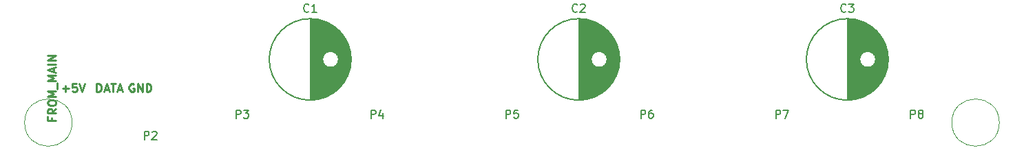
<source format=gbr>
G04 #@! TF.FileFunction,Legend,Top*
%FSLAX46Y46*%
G04 Gerber Fmt 4.6, Leading zero omitted, Abs format (unit mm)*
G04 Created by KiCad (PCBNEW 4.0.5+dfsg1-4) date Tue Apr 10 17:25:00 2018*
%MOMM*%
%LPD*%
G01*
G04 APERTURE LIST*
%ADD10C,0.200000*%
%ADD11C,0.150000*%
%ADD12C,0.050800*%
%ADD13C,0.254000*%
G04 APERTURE END LIST*
D10*
D11*
X82098000Y-40191000D02*
X82098000Y-50189000D01*
X82238000Y-40195000D02*
X82238000Y-50185000D01*
X82378000Y-40203000D02*
X82378000Y-50177000D01*
X82518000Y-40215000D02*
X82518000Y-50165000D01*
X82658000Y-40230000D02*
X82658000Y-50150000D01*
X82798000Y-40250000D02*
X82798000Y-50130000D01*
X82938000Y-40274000D02*
X82938000Y-50106000D01*
X83078000Y-40303000D02*
X83078000Y-50077000D01*
X83218000Y-40335000D02*
X83218000Y-50045000D01*
X83358000Y-40372000D02*
X83358000Y-50008000D01*
X83498000Y-40413000D02*
X83498000Y-49967000D01*
X83638000Y-40458000D02*
X83638000Y-44724000D01*
X83638000Y-45656000D02*
X83638000Y-49922000D01*
X83778000Y-40508000D02*
X83778000Y-44523000D01*
X83778000Y-45857000D02*
X83778000Y-49872000D01*
X83918000Y-40563000D02*
X83918000Y-44394000D01*
X83918000Y-45986000D02*
X83918000Y-49817000D01*
X84058000Y-40623000D02*
X84058000Y-44305000D01*
X84058000Y-46075000D02*
X84058000Y-49757000D01*
X84198000Y-40688000D02*
X84198000Y-44244000D01*
X84198000Y-46136000D02*
X84198000Y-49692000D01*
X84338000Y-40758000D02*
X84338000Y-44207000D01*
X84338000Y-46173000D02*
X84338000Y-49622000D01*
X84478000Y-40834000D02*
X84478000Y-44191000D01*
X84478000Y-46189000D02*
X84478000Y-49546000D01*
X84618000Y-40916000D02*
X84618000Y-44195000D01*
X84618000Y-46185000D02*
X84618000Y-49464000D01*
X84758000Y-41004000D02*
X84758000Y-44218000D01*
X84758000Y-46162000D02*
X84758000Y-49376000D01*
X84898000Y-41099000D02*
X84898000Y-44263000D01*
X84898000Y-46117000D02*
X84898000Y-49281000D01*
X85038000Y-41201000D02*
X85038000Y-44333000D01*
X85038000Y-46047000D02*
X85038000Y-49179000D01*
X85178000Y-41311000D02*
X85178000Y-44434000D01*
X85178000Y-45946000D02*
X85178000Y-49069000D01*
X85318000Y-41429000D02*
X85318000Y-44583000D01*
X85318000Y-45797000D02*
X85318000Y-48951000D01*
X85458000Y-41557000D02*
X85458000Y-44835000D01*
X85458000Y-45545000D02*
X85458000Y-48823000D01*
X85598000Y-41694000D02*
X85598000Y-48686000D01*
X85738000Y-41844000D02*
X85738000Y-48536000D01*
X85878000Y-42006000D02*
X85878000Y-48374000D01*
X86018000Y-42183000D02*
X86018000Y-48197000D01*
X86158000Y-42379000D02*
X86158000Y-48001000D01*
X86298000Y-42597000D02*
X86298000Y-47783000D01*
X86438000Y-42843000D02*
X86438000Y-47537000D01*
X86578000Y-43128000D02*
X86578000Y-47252000D01*
X86718000Y-43470000D02*
X86718000Y-46910000D01*
X86858000Y-43916000D02*
X86858000Y-46464000D01*
X86998000Y-44691000D02*
X86998000Y-45689000D01*
X85523000Y-45190000D02*
G75*
G03X85523000Y-45190000I-1000000J0D01*
G01*
X87060500Y-45190000D02*
G75*
G03X87060500Y-45190000I-5037500J0D01*
G01*
X115118000Y-40191000D02*
X115118000Y-50189000D01*
X115258000Y-40195000D02*
X115258000Y-50185000D01*
X115398000Y-40203000D02*
X115398000Y-50177000D01*
X115538000Y-40215000D02*
X115538000Y-50165000D01*
X115678000Y-40230000D02*
X115678000Y-50150000D01*
X115818000Y-40250000D02*
X115818000Y-50130000D01*
X115958000Y-40274000D02*
X115958000Y-50106000D01*
X116098000Y-40303000D02*
X116098000Y-50077000D01*
X116238000Y-40335000D02*
X116238000Y-50045000D01*
X116378000Y-40372000D02*
X116378000Y-50008000D01*
X116518000Y-40413000D02*
X116518000Y-49967000D01*
X116658000Y-40458000D02*
X116658000Y-44724000D01*
X116658000Y-45656000D02*
X116658000Y-49922000D01*
X116798000Y-40508000D02*
X116798000Y-44523000D01*
X116798000Y-45857000D02*
X116798000Y-49872000D01*
X116938000Y-40563000D02*
X116938000Y-44394000D01*
X116938000Y-45986000D02*
X116938000Y-49817000D01*
X117078000Y-40623000D02*
X117078000Y-44305000D01*
X117078000Y-46075000D02*
X117078000Y-49757000D01*
X117218000Y-40688000D02*
X117218000Y-44244000D01*
X117218000Y-46136000D02*
X117218000Y-49692000D01*
X117358000Y-40758000D02*
X117358000Y-44207000D01*
X117358000Y-46173000D02*
X117358000Y-49622000D01*
X117498000Y-40834000D02*
X117498000Y-44191000D01*
X117498000Y-46189000D02*
X117498000Y-49546000D01*
X117638000Y-40916000D02*
X117638000Y-44195000D01*
X117638000Y-46185000D02*
X117638000Y-49464000D01*
X117778000Y-41004000D02*
X117778000Y-44218000D01*
X117778000Y-46162000D02*
X117778000Y-49376000D01*
X117918000Y-41099000D02*
X117918000Y-44263000D01*
X117918000Y-46117000D02*
X117918000Y-49281000D01*
X118058000Y-41201000D02*
X118058000Y-44333000D01*
X118058000Y-46047000D02*
X118058000Y-49179000D01*
X118198000Y-41311000D02*
X118198000Y-44434000D01*
X118198000Y-45946000D02*
X118198000Y-49069000D01*
X118338000Y-41429000D02*
X118338000Y-44583000D01*
X118338000Y-45797000D02*
X118338000Y-48951000D01*
X118478000Y-41557000D02*
X118478000Y-44835000D01*
X118478000Y-45545000D02*
X118478000Y-48823000D01*
X118618000Y-41694000D02*
X118618000Y-48686000D01*
X118758000Y-41844000D02*
X118758000Y-48536000D01*
X118898000Y-42006000D02*
X118898000Y-48374000D01*
X119038000Y-42183000D02*
X119038000Y-48197000D01*
X119178000Y-42379000D02*
X119178000Y-48001000D01*
X119318000Y-42597000D02*
X119318000Y-47783000D01*
X119458000Y-42843000D02*
X119458000Y-47537000D01*
X119598000Y-43128000D02*
X119598000Y-47252000D01*
X119738000Y-43470000D02*
X119738000Y-46910000D01*
X119878000Y-43916000D02*
X119878000Y-46464000D01*
X120018000Y-44691000D02*
X120018000Y-45689000D01*
X118543000Y-45190000D02*
G75*
G03X118543000Y-45190000I-1000000J0D01*
G01*
X120080500Y-45190000D02*
G75*
G03X120080500Y-45190000I-5037500J0D01*
G01*
X148138000Y-40191000D02*
X148138000Y-50189000D01*
X148278000Y-40195000D02*
X148278000Y-50185000D01*
X148418000Y-40203000D02*
X148418000Y-50177000D01*
X148558000Y-40215000D02*
X148558000Y-50165000D01*
X148698000Y-40230000D02*
X148698000Y-50150000D01*
X148838000Y-40250000D02*
X148838000Y-50130000D01*
X148978000Y-40274000D02*
X148978000Y-50106000D01*
X149118000Y-40303000D02*
X149118000Y-50077000D01*
X149258000Y-40335000D02*
X149258000Y-50045000D01*
X149398000Y-40372000D02*
X149398000Y-50008000D01*
X149538000Y-40413000D02*
X149538000Y-49967000D01*
X149678000Y-40458000D02*
X149678000Y-44724000D01*
X149678000Y-45656000D02*
X149678000Y-49922000D01*
X149818000Y-40508000D02*
X149818000Y-44523000D01*
X149818000Y-45857000D02*
X149818000Y-49872000D01*
X149958000Y-40563000D02*
X149958000Y-44394000D01*
X149958000Y-45986000D02*
X149958000Y-49817000D01*
X150098000Y-40623000D02*
X150098000Y-44305000D01*
X150098000Y-46075000D02*
X150098000Y-49757000D01*
X150238000Y-40688000D02*
X150238000Y-44244000D01*
X150238000Y-46136000D02*
X150238000Y-49692000D01*
X150378000Y-40758000D02*
X150378000Y-44207000D01*
X150378000Y-46173000D02*
X150378000Y-49622000D01*
X150518000Y-40834000D02*
X150518000Y-44191000D01*
X150518000Y-46189000D02*
X150518000Y-49546000D01*
X150658000Y-40916000D02*
X150658000Y-44195000D01*
X150658000Y-46185000D02*
X150658000Y-49464000D01*
X150798000Y-41004000D02*
X150798000Y-44218000D01*
X150798000Y-46162000D02*
X150798000Y-49376000D01*
X150938000Y-41099000D02*
X150938000Y-44263000D01*
X150938000Y-46117000D02*
X150938000Y-49281000D01*
X151078000Y-41201000D02*
X151078000Y-44333000D01*
X151078000Y-46047000D02*
X151078000Y-49179000D01*
X151218000Y-41311000D02*
X151218000Y-44434000D01*
X151218000Y-45946000D02*
X151218000Y-49069000D01*
X151358000Y-41429000D02*
X151358000Y-44583000D01*
X151358000Y-45797000D02*
X151358000Y-48951000D01*
X151498000Y-41557000D02*
X151498000Y-44835000D01*
X151498000Y-45545000D02*
X151498000Y-48823000D01*
X151638000Y-41694000D02*
X151638000Y-48686000D01*
X151778000Y-41844000D02*
X151778000Y-48536000D01*
X151918000Y-42006000D02*
X151918000Y-48374000D01*
X152058000Y-42183000D02*
X152058000Y-48197000D01*
X152198000Y-42379000D02*
X152198000Y-48001000D01*
X152338000Y-42597000D02*
X152338000Y-47783000D01*
X152478000Y-42843000D02*
X152478000Y-47537000D01*
X152618000Y-43128000D02*
X152618000Y-47252000D01*
X152758000Y-43470000D02*
X152758000Y-46910000D01*
X152898000Y-43916000D02*
X152898000Y-46464000D01*
X153038000Y-44691000D02*
X153038000Y-45689000D01*
X151563000Y-45190000D02*
G75*
G03X151563000Y-45190000I-1000000J0D01*
G01*
X153100500Y-45190000D02*
G75*
G03X153100500Y-45190000I-5037500J0D01*
G01*
D12*
X52749000Y-53000000D02*
G75*
G03X52749000Y-53000000I-2921000J0D01*
G01*
X166749000Y-53000000D02*
G75*
G03X166749000Y-53000000I-2921000J0D01*
G01*
D13*
X50240429Y-52382762D02*
X50240429Y-52721428D01*
X50772619Y-52721428D02*
X49756619Y-52721428D01*
X49756619Y-52237619D01*
X50772619Y-51270000D02*
X50288810Y-51608666D01*
X50772619Y-51850571D02*
X49756619Y-51850571D01*
X49756619Y-51463524D01*
X49805000Y-51366762D01*
X49853381Y-51318381D01*
X49950143Y-51270000D01*
X50095286Y-51270000D01*
X50192048Y-51318381D01*
X50240429Y-51366762D01*
X50288810Y-51463524D01*
X50288810Y-51850571D01*
X49756619Y-50641047D02*
X49756619Y-50447524D01*
X49805000Y-50350762D01*
X49901762Y-50254000D01*
X50095286Y-50205619D01*
X50433952Y-50205619D01*
X50627476Y-50254000D01*
X50724238Y-50350762D01*
X50772619Y-50447524D01*
X50772619Y-50641047D01*
X50724238Y-50737809D01*
X50627476Y-50834571D01*
X50433952Y-50882952D01*
X50095286Y-50882952D01*
X49901762Y-50834571D01*
X49805000Y-50737809D01*
X49756619Y-50641047D01*
X50772619Y-49770190D02*
X49756619Y-49770190D01*
X50482333Y-49431524D01*
X49756619Y-49092857D01*
X50772619Y-49092857D01*
X50869381Y-48850952D02*
X50869381Y-48076857D01*
X50772619Y-47834952D02*
X49756619Y-47834952D01*
X50482333Y-47496286D01*
X49756619Y-47157619D01*
X50772619Y-47157619D01*
X50482333Y-46722190D02*
X50482333Y-46238381D01*
X50772619Y-46818952D02*
X49756619Y-46480285D01*
X50772619Y-46141619D01*
X50772619Y-45802952D02*
X49756619Y-45802952D01*
X50772619Y-45319142D02*
X49756619Y-45319142D01*
X50772619Y-44738571D01*
X49756619Y-44738571D01*
X55774001Y-49189619D02*
X55774001Y-48173619D01*
X56015906Y-48173619D01*
X56161048Y-48222000D01*
X56257810Y-48318762D01*
X56306191Y-48415524D01*
X56354572Y-48609048D01*
X56354572Y-48754190D01*
X56306191Y-48947714D01*
X56257810Y-49044476D01*
X56161048Y-49141238D01*
X56015906Y-49189619D01*
X55774001Y-49189619D01*
X56741620Y-48899333D02*
X57225429Y-48899333D01*
X56644858Y-49189619D02*
X56983525Y-48173619D01*
X57322191Y-49189619D01*
X57515715Y-48173619D02*
X58096286Y-48173619D01*
X57806001Y-49189619D02*
X57806001Y-48173619D01*
X58386572Y-48899333D02*
X58870381Y-48899333D01*
X58289810Y-49189619D02*
X58628477Y-48173619D01*
X58967143Y-49189619D01*
X60333905Y-48222000D02*
X60237143Y-48173619D01*
X60092000Y-48173619D01*
X59946858Y-48222000D01*
X59850096Y-48318762D01*
X59801715Y-48415524D01*
X59753334Y-48609048D01*
X59753334Y-48754190D01*
X59801715Y-48947714D01*
X59850096Y-49044476D01*
X59946858Y-49141238D01*
X60092000Y-49189619D01*
X60188762Y-49189619D01*
X60333905Y-49141238D01*
X60382286Y-49092857D01*
X60382286Y-48754190D01*
X60188762Y-48754190D01*
X60817715Y-49189619D02*
X60817715Y-48173619D01*
X61398286Y-49189619D01*
X61398286Y-48173619D01*
X61882096Y-49189619D02*
X61882096Y-48173619D01*
X62124001Y-48173619D01*
X62269143Y-48222000D01*
X62365905Y-48318762D01*
X62414286Y-48415524D01*
X62462667Y-48609048D01*
X62462667Y-48754190D01*
X62414286Y-48947714D01*
X62365905Y-49044476D01*
X62269143Y-49141238D01*
X62124001Y-49189619D01*
X61882096Y-49189619D01*
X51546715Y-48802571D02*
X52320810Y-48802571D01*
X51933762Y-49189619D02*
X51933762Y-48415524D01*
X53288429Y-48173619D02*
X52804620Y-48173619D01*
X52756239Y-48657429D01*
X52804620Y-48609048D01*
X52901382Y-48560667D01*
X53143286Y-48560667D01*
X53240048Y-48609048D01*
X53288429Y-48657429D01*
X53336810Y-48754190D01*
X53336810Y-48996095D01*
X53288429Y-49092857D01*
X53240048Y-49141238D01*
X53143286Y-49189619D01*
X52901382Y-49189619D01*
X52804620Y-49141238D01*
X52756239Y-49092857D01*
X53627096Y-48173619D02*
X53965763Y-49189619D01*
X54304429Y-48173619D01*
D11*
X81856334Y-39247143D02*
X81808715Y-39294762D01*
X81665858Y-39342381D01*
X81570620Y-39342381D01*
X81427762Y-39294762D01*
X81332524Y-39199524D01*
X81284905Y-39104286D01*
X81237286Y-38913810D01*
X81237286Y-38770952D01*
X81284905Y-38580476D01*
X81332524Y-38485238D01*
X81427762Y-38390000D01*
X81570620Y-38342381D01*
X81665858Y-38342381D01*
X81808715Y-38390000D01*
X81856334Y-38437619D01*
X82808715Y-39342381D02*
X82237286Y-39342381D01*
X82523000Y-39342381D02*
X82523000Y-38342381D01*
X82427762Y-38485238D01*
X82332524Y-38580476D01*
X82237286Y-38628095D01*
X114876334Y-39247143D02*
X114828715Y-39294762D01*
X114685858Y-39342381D01*
X114590620Y-39342381D01*
X114447762Y-39294762D01*
X114352524Y-39199524D01*
X114304905Y-39104286D01*
X114257286Y-38913810D01*
X114257286Y-38770952D01*
X114304905Y-38580476D01*
X114352524Y-38485238D01*
X114447762Y-38390000D01*
X114590620Y-38342381D01*
X114685858Y-38342381D01*
X114828715Y-38390000D01*
X114876334Y-38437619D01*
X115257286Y-38437619D02*
X115304905Y-38390000D01*
X115400143Y-38342381D01*
X115638239Y-38342381D01*
X115733477Y-38390000D01*
X115781096Y-38437619D01*
X115828715Y-38532857D01*
X115828715Y-38628095D01*
X115781096Y-38770952D01*
X115209667Y-39342381D01*
X115828715Y-39342381D01*
X147896334Y-39247143D02*
X147848715Y-39294762D01*
X147705858Y-39342381D01*
X147610620Y-39342381D01*
X147467762Y-39294762D01*
X147372524Y-39199524D01*
X147324905Y-39104286D01*
X147277286Y-38913810D01*
X147277286Y-38770952D01*
X147324905Y-38580476D01*
X147372524Y-38485238D01*
X147467762Y-38390000D01*
X147610620Y-38342381D01*
X147705858Y-38342381D01*
X147848715Y-38390000D01*
X147896334Y-38437619D01*
X148229667Y-38342381D02*
X148848715Y-38342381D01*
X148515381Y-38723333D01*
X148658239Y-38723333D01*
X148753477Y-38770952D01*
X148801096Y-38818571D01*
X148848715Y-38913810D01*
X148848715Y-39151905D01*
X148801096Y-39247143D01*
X148753477Y-39294762D01*
X148658239Y-39342381D01*
X148372524Y-39342381D01*
X148277286Y-39294762D01*
X148229667Y-39247143D01*
X155847905Y-52452381D02*
X155847905Y-51452381D01*
X156228858Y-51452381D01*
X156324096Y-51500000D01*
X156371715Y-51547619D01*
X156419334Y-51642857D01*
X156419334Y-51785714D01*
X156371715Y-51880952D01*
X156324096Y-51928571D01*
X156228858Y-51976190D01*
X155847905Y-51976190D01*
X156990762Y-51880952D02*
X156895524Y-51833333D01*
X156847905Y-51785714D01*
X156800286Y-51690476D01*
X156800286Y-51642857D01*
X156847905Y-51547619D01*
X156895524Y-51500000D01*
X156990762Y-51452381D01*
X157181239Y-51452381D01*
X157276477Y-51500000D01*
X157324096Y-51547619D01*
X157371715Y-51642857D01*
X157371715Y-51690476D01*
X157324096Y-51785714D01*
X157276477Y-51833333D01*
X157181239Y-51880952D01*
X156990762Y-51880952D01*
X156895524Y-51928571D01*
X156847905Y-51976190D01*
X156800286Y-52071429D01*
X156800286Y-52261905D01*
X156847905Y-52357143D01*
X156895524Y-52404762D01*
X156990762Y-52452381D01*
X157181239Y-52452381D01*
X157276477Y-52404762D01*
X157324096Y-52357143D01*
X157371715Y-52261905D01*
X157371715Y-52071429D01*
X157324096Y-51976190D01*
X157276477Y-51928571D01*
X157181239Y-51880952D01*
X139261905Y-52452381D02*
X139261905Y-51452381D01*
X139642858Y-51452381D01*
X139738096Y-51500000D01*
X139785715Y-51547619D01*
X139833334Y-51642857D01*
X139833334Y-51785714D01*
X139785715Y-51880952D01*
X139738096Y-51928571D01*
X139642858Y-51976190D01*
X139261905Y-51976190D01*
X140166667Y-51452381D02*
X140833334Y-51452381D01*
X140404762Y-52452381D01*
X122675905Y-52452381D02*
X122675905Y-51452381D01*
X123056858Y-51452381D01*
X123152096Y-51500000D01*
X123199715Y-51547619D01*
X123247334Y-51642857D01*
X123247334Y-51785714D01*
X123199715Y-51880952D01*
X123152096Y-51928571D01*
X123056858Y-51976190D01*
X122675905Y-51976190D01*
X124104477Y-51452381D02*
X123914000Y-51452381D01*
X123818762Y-51500000D01*
X123771143Y-51547619D01*
X123675905Y-51690476D01*
X123628286Y-51880952D01*
X123628286Y-52261905D01*
X123675905Y-52357143D01*
X123723524Y-52404762D01*
X123818762Y-52452381D01*
X124009239Y-52452381D01*
X124104477Y-52404762D01*
X124152096Y-52357143D01*
X124199715Y-52261905D01*
X124199715Y-52023810D01*
X124152096Y-51928571D01*
X124104477Y-51880952D01*
X124009239Y-51833333D01*
X123818762Y-51833333D01*
X123723524Y-51880952D01*
X123675905Y-51928571D01*
X123628286Y-52023810D01*
X106089905Y-52452381D02*
X106089905Y-51452381D01*
X106470858Y-51452381D01*
X106566096Y-51500000D01*
X106613715Y-51547619D01*
X106661334Y-51642857D01*
X106661334Y-51785714D01*
X106613715Y-51880952D01*
X106566096Y-51928571D01*
X106470858Y-51976190D01*
X106089905Y-51976190D01*
X107566096Y-51452381D02*
X107089905Y-51452381D01*
X107042286Y-51928571D01*
X107089905Y-51880952D01*
X107185143Y-51833333D01*
X107423239Y-51833333D01*
X107518477Y-51880952D01*
X107566096Y-51928571D01*
X107613715Y-52023810D01*
X107613715Y-52261905D01*
X107566096Y-52357143D01*
X107518477Y-52404762D01*
X107423239Y-52452381D01*
X107185143Y-52452381D01*
X107089905Y-52404762D01*
X107042286Y-52357143D01*
X89503905Y-52452381D02*
X89503905Y-51452381D01*
X89884858Y-51452381D01*
X89980096Y-51500000D01*
X90027715Y-51547619D01*
X90075334Y-51642857D01*
X90075334Y-51785714D01*
X90027715Y-51880952D01*
X89980096Y-51928571D01*
X89884858Y-51976190D01*
X89503905Y-51976190D01*
X90932477Y-51785714D02*
X90932477Y-52452381D01*
X90694381Y-51404762D02*
X90456286Y-52119048D01*
X91075334Y-52119048D01*
X72917905Y-52452381D02*
X72917905Y-51452381D01*
X73298858Y-51452381D01*
X73394096Y-51500000D01*
X73441715Y-51547619D01*
X73489334Y-51642857D01*
X73489334Y-51785714D01*
X73441715Y-51880952D01*
X73394096Y-51928571D01*
X73298858Y-51976190D01*
X72917905Y-51976190D01*
X73822667Y-51452381D02*
X74441715Y-51452381D01*
X74108381Y-51833333D01*
X74251239Y-51833333D01*
X74346477Y-51880952D01*
X74394096Y-51928571D01*
X74441715Y-52023810D01*
X74441715Y-52261905D01*
X74394096Y-52357143D01*
X74346477Y-52404762D01*
X74251239Y-52452381D01*
X73965524Y-52452381D01*
X73870286Y-52404762D01*
X73822667Y-52357143D01*
X61639905Y-55087381D02*
X61639905Y-54087381D01*
X62020858Y-54087381D01*
X62116096Y-54135000D01*
X62163715Y-54182619D01*
X62211334Y-54277857D01*
X62211334Y-54420714D01*
X62163715Y-54515952D01*
X62116096Y-54563571D01*
X62020858Y-54611190D01*
X61639905Y-54611190D01*
X62592286Y-54182619D02*
X62639905Y-54135000D01*
X62735143Y-54087381D01*
X62973239Y-54087381D01*
X63068477Y-54135000D01*
X63116096Y-54182619D01*
X63163715Y-54277857D01*
X63163715Y-54373095D01*
X63116096Y-54515952D01*
X62544667Y-55087381D01*
X63163715Y-55087381D01*
M02*

</source>
